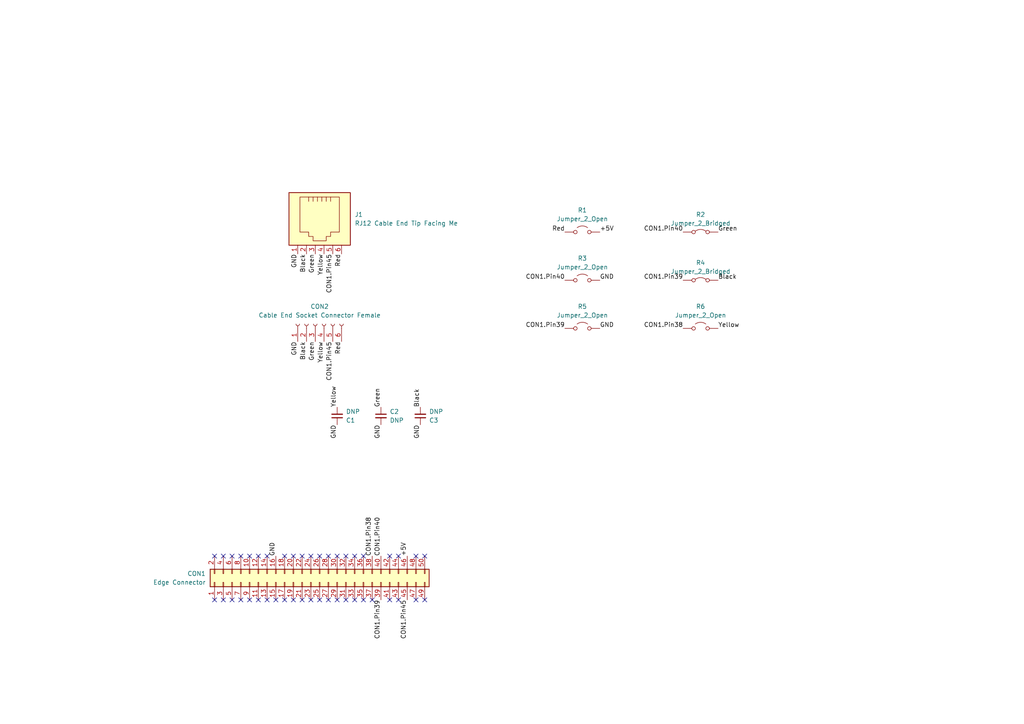
<source format=kicad_sch>
(kicad_sch
	(version 20231120)
	(generator "eeschema")
	(generator_version "8.0")
	(uuid "a5dcfaaa-6727-492b-98a2-3f904332afda")
	(paper "A4")
	(lib_symbols
		(symbol "Connector:Conn_01x06_Socket"
			(pin_names
				(offset 1.016) hide)
			(exclude_from_sim no)
			(in_bom yes)
			(on_board yes)
			(property "Reference" "J"
				(at 0 7.62 0)
				(effects
					(font
						(size 1.27 1.27)
					)
				)
			)
			(property "Value" "Conn_01x06_Socket"
				(at 0 -10.16 0)
				(effects
					(font
						(size 1.27 1.27)
					)
				)
			)
			(property "Footprint" ""
				(at 0 0 0)
				(effects
					(font
						(size 1.27 1.27)
					)
					(hide yes)
				)
			)
			(property "Datasheet" "~"
				(at 0 0 0)
				(effects
					(font
						(size 1.27 1.27)
					)
					(hide yes)
				)
			)
			(property "Description" "Generic connector, single row, 01x06, script generated"
				(at 0 0 0)
				(effects
					(font
						(size 1.27 1.27)
					)
					(hide yes)
				)
			)
			(property "ki_locked" ""
				(at 0 0 0)
				(effects
					(font
						(size 1.27 1.27)
					)
				)
			)
			(property "ki_keywords" "connector"
				(at 0 0 0)
				(effects
					(font
						(size 1.27 1.27)
					)
					(hide yes)
				)
			)
			(property "ki_fp_filters" "Connector*:*_1x??_*"
				(at 0 0 0)
				(effects
					(font
						(size 1.27 1.27)
					)
					(hide yes)
				)
			)
			(symbol "Conn_01x06_Socket_1_1"
				(arc
					(start 0 -7.112)
					(mid -0.5058 -7.62)
					(end 0 -8.128)
					(stroke
						(width 0.1524)
						(type default)
					)
					(fill
						(type none)
					)
				)
				(arc
					(start 0 -4.572)
					(mid -0.5058 -5.08)
					(end 0 -5.588)
					(stroke
						(width 0.1524)
						(type default)
					)
					(fill
						(type none)
					)
				)
				(arc
					(start 0 -2.032)
					(mid -0.5058 -2.54)
					(end 0 -3.048)
					(stroke
						(width 0.1524)
						(type default)
					)
					(fill
						(type none)
					)
				)
				(polyline
					(pts
						(xy -1.27 -7.62) (xy -0.508 -7.62)
					)
					(stroke
						(width 0.1524)
						(type default)
					)
					(fill
						(type none)
					)
				)
				(polyline
					(pts
						(xy -1.27 -5.08) (xy -0.508 -5.08)
					)
					(stroke
						(width 0.1524)
						(type default)
					)
					(fill
						(type none)
					)
				)
				(polyline
					(pts
						(xy -1.27 -2.54) (xy -0.508 -2.54)
					)
					(stroke
						(width 0.1524)
						(type default)
					)
					(fill
						(type none)
					)
				)
				(polyline
					(pts
						(xy -1.27 0) (xy -0.508 0)
					)
					(stroke
						(width 0.1524)
						(type default)
					)
					(fill
						(type none)
					)
				)
				(polyline
					(pts
						(xy -1.27 2.54) (xy -0.508 2.54)
					)
					(stroke
						(width 0.1524)
						(type default)
					)
					(fill
						(type none)
					)
				)
				(polyline
					(pts
						(xy -1.27 5.08) (xy -0.508 5.08)
					)
					(stroke
						(width 0.1524)
						(type default)
					)
					(fill
						(type none)
					)
				)
				(arc
					(start 0 0.508)
					(mid -0.5058 0)
					(end 0 -0.508)
					(stroke
						(width 0.1524)
						(type default)
					)
					(fill
						(type none)
					)
				)
				(arc
					(start 0 3.048)
					(mid -0.5058 2.54)
					(end 0 2.032)
					(stroke
						(width 0.1524)
						(type default)
					)
					(fill
						(type none)
					)
				)
				(arc
					(start 0 5.588)
					(mid -0.5058 5.08)
					(end 0 4.572)
					(stroke
						(width 0.1524)
						(type default)
					)
					(fill
						(type none)
					)
				)
				(pin passive line
					(at -5.08 5.08 0)
					(length 3.81)
					(name "Pin_1"
						(effects
							(font
								(size 1.27 1.27)
							)
						)
					)
					(number "1"
						(effects
							(font
								(size 1.27 1.27)
							)
						)
					)
				)
				(pin passive line
					(at -5.08 2.54 0)
					(length 3.81)
					(name "Pin_2"
						(effects
							(font
								(size 1.27 1.27)
							)
						)
					)
					(number "2"
						(effects
							(font
								(size 1.27 1.27)
							)
						)
					)
				)
				(pin passive line
					(at -5.08 0 0)
					(length 3.81)
					(name "Pin_3"
						(effects
							(font
								(size 1.27 1.27)
							)
						)
					)
					(number "3"
						(effects
							(font
								(size 1.27 1.27)
							)
						)
					)
				)
				(pin passive line
					(at -5.08 -2.54 0)
					(length 3.81)
					(name "Pin_4"
						(effects
							(font
								(size 1.27 1.27)
							)
						)
					)
					(number "4"
						(effects
							(font
								(size 1.27 1.27)
							)
						)
					)
				)
				(pin passive line
					(at -5.08 -5.08 0)
					(length 3.81)
					(name "Pin_5"
						(effects
							(font
								(size 1.27 1.27)
							)
						)
					)
					(number "5"
						(effects
							(font
								(size 1.27 1.27)
							)
						)
					)
				)
				(pin passive line
					(at -5.08 -7.62 0)
					(length 3.81)
					(name "Pin_6"
						(effects
							(font
								(size 1.27 1.27)
							)
						)
					)
					(number "6"
						(effects
							(font
								(size 1.27 1.27)
							)
						)
					)
				)
			)
		)
		(symbol "Connector:RJ12"
			(pin_names
				(offset 1.016)
			)
			(exclude_from_sim no)
			(in_bom yes)
			(on_board yes)
			(property "Reference" "J"
				(at -5.08 11.43 0)
				(effects
					(font
						(size 1.27 1.27)
					)
					(justify right)
				)
			)
			(property "Value" "RJ12"
				(at 2.54 11.43 0)
				(effects
					(font
						(size 1.27 1.27)
					)
					(justify left)
				)
			)
			(property "Footprint" ""
				(at 0 0.635 90)
				(effects
					(font
						(size 1.27 1.27)
					)
					(hide yes)
				)
			)
			(property "Datasheet" "~"
				(at 0 0.635 90)
				(effects
					(font
						(size 1.27 1.27)
					)
					(hide yes)
				)
			)
			(property "Description" "RJ connector, 6P6C (6 positions 6 connected)"
				(at 0 0 0)
				(effects
					(font
						(size 1.27 1.27)
					)
					(hide yes)
				)
			)
			(property "ki_keywords" "6P6C RJ socket connector"
				(at 0 0 0)
				(effects
					(font
						(size 1.27 1.27)
					)
					(hide yes)
				)
			)
			(property "ki_fp_filters" "6P6C* RJ12* RJ18* RJ25*"
				(at 0 0 0)
				(effects
					(font
						(size 1.27 1.27)
					)
					(hide yes)
				)
			)
			(symbol "RJ12_0_1"
				(polyline
					(pts
						(xy -6.35 -1.905) (xy -5.08 -1.905) (xy -5.08 -1.905)
					)
					(stroke
						(width 0)
						(type default)
					)
					(fill
						(type none)
					)
				)
				(polyline
					(pts
						(xy -6.35 -0.635) (xy -5.08 -0.635) (xy -5.08 -0.635)
					)
					(stroke
						(width 0)
						(type default)
					)
					(fill
						(type none)
					)
				)
				(polyline
					(pts
						(xy -6.35 0.635) (xy -5.08 0.635) (xy -5.08 0.635)
					)
					(stroke
						(width 0)
						(type default)
					)
					(fill
						(type none)
					)
				)
				(polyline
					(pts
						(xy -6.35 1.905) (xy -5.08 1.905) (xy -5.08 1.905)
					)
					(stroke
						(width 0)
						(type default)
					)
					(fill
						(type none)
					)
				)
				(polyline
					(pts
						(xy -6.35 3.175) (xy -5.08 3.175) (xy -5.08 3.175)
					)
					(stroke
						(width 0)
						(type default)
					)
					(fill
						(type none)
					)
				)
				(polyline
					(pts
						(xy -5.08 4.445) (xy -6.35 4.445) (xy -6.35 4.445)
					)
					(stroke
						(width 0)
						(type default)
					)
					(fill
						(type none)
					)
				)
				(polyline
					(pts
						(xy -6.35 -4.445) (xy -6.35 6.985) (xy 3.81 6.985) (xy 3.81 4.445) (xy 5.08 4.445) (xy 5.08 3.175)
						(xy 6.35 3.175) (xy 6.35 -0.635) (xy 5.08 -0.635) (xy 5.08 -1.905) (xy 3.81 -1.905) (xy 3.81 -4.445)
						(xy -6.35 -4.445) (xy -6.35 -4.445)
					)
					(stroke
						(width 0)
						(type default)
					)
					(fill
						(type none)
					)
				)
				(rectangle
					(start 7.62 10.16)
					(end -7.62 -7.62)
					(stroke
						(width 0.254)
						(type default)
					)
					(fill
						(type background)
					)
				)
			)
			(symbol "RJ12_1_1"
				(pin passive line
					(at 10.16 -5.08 180)
					(length 2.54)
					(name "~"
						(effects
							(font
								(size 1.27 1.27)
							)
						)
					)
					(number "1"
						(effects
							(font
								(size 1.27 1.27)
							)
						)
					)
				)
				(pin passive line
					(at 10.16 -2.54 180)
					(length 2.54)
					(name "~"
						(effects
							(font
								(size 1.27 1.27)
							)
						)
					)
					(number "2"
						(effects
							(font
								(size 1.27 1.27)
							)
						)
					)
				)
				(pin passive line
					(at 10.16 0 180)
					(length 2.54)
					(name "~"
						(effects
							(font
								(size 1.27 1.27)
							)
						)
					)
					(number "3"
						(effects
							(font
								(size 1.27 1.27)
							)
						)
					)
				)
				(pin passive line
					(at 10.16 2.54 180)
					(length 2.54)
					(name "~"
						(effects
							(font
								(size 1.27 1.27)
							)
						)
					)
					(number "4"
						(effects
							(font
								(size 1.27 1.27)
							)
						)
					)
				)
				(pin passive line
					(at 10.16 5.08 180)
					(length 2.54)
					(name "~"
						(effects
							(font
								(size 1.27 1.27)
							)
						)
					)
					(number "5"
						(effects
							(font
								(size 1.27 1.27)
							)
						)
					)
				)
				(pin passive line
					(at 10.16 7.62 180)
					(length 2.54)
					(name "~"
						(effects
							(font
								(size 1.27 1.27)
							)
						)
					)
					(number "6"
						(effects
							(font
								(size 1.27 1.27)
							)
						)
					)
				)
			)
		)
		(symbol "Connector_Generic:Conn_02x25_Odd_Even"
			(pin_names
				(offset 1.016) hide)
			(exclude_from_sim no)
			(in_bom yes)
			(on_board yes)
			(property "Reference" "J"
				(at 1.27 33.02 0)
				(effects
					(font
						(size 1.27 1.27)
					)
				)
			)
			(property "Value" "Conn_02x25_Odd_Even"
				(at 1.27 -33.02 0)
				(effects
					(font
						(size 1.27 1.27)
					)
				)
			)
			(property "Footprint" ""
				(at 0 0 0)
				(effects
					(font
						(size 1.27 1.27)
					)
					(hide yes)
				)
			)
			(property "Datasheet" "~"
				(at 0 0 0)
				(effects
					(font
						(size 1.27 1.27)
					)
					(hide yes)
				)
			)
			(property "Description" "Generic connector, double row, 02x25, odd/even pin numbering scheme (row 1 odd numbers, row 2 even numbers), script generated (kicad-library-utils/schlib/autogen/connector/)"
				(at 0 0 0)
				(effects
					(font
						(size 1.27 1.27)
					)
					(hide yes)
				)
			)
			(property "ki_keywords" "connector"
				(at 0 0 0)
				(effects
					(font
						(size 1.27 1.27)
					)
					(hide yes)
				)
			)
			(property "ki_fp_filters" "Connector*:*_2x??_*"
				(at 0 0 0)
				(effects
					(font
						(size 1.27 1.27)
					)
					(hide yes)
				)
			)
			(symbol "Conn_02x25_Odd_Even_1_1"
				(rectangle
					(start -1.27 -30.353)
					(end 0 -30.607)
					(stroke
						(width 0.1524)
						(type default)
					)
					(fill
						(type none)
					)
				)
				(rectangle
					(start -1.27 -27.813)
					(end 0 -28.067)
					(stroke
						(width 0.1524)
						(type default)
					)
					(fill
						(type none)
					)
				)
				(rectangle
					(start -1.27 -25.273)
					(end 0 -25.527)
					(stroke
						(width 0.1524)
						(type default)
					)
					(fill
						(type none)
					)
				)
				(rectangle
					(start -1.27 -22.733)
					(end 0 -22.987)
					(stroke
						(width 0.1524)
						(type default)
					)
					(fill
						(type none)
					)
				)
				(rectangle
					(start -1.27 -20.193)
					(end 0 -20.447)
					(stroke
						(width 0.1524)
						(type default)
					)
					(fill
						(type none)
					)
				)
				(rectangle
					(start -1.27 -17.653)
					(end 0 -17.907)
					(stroke
						(width 0.1524)
						(type default)
					)
					(fill
						(type none)
					)
				)
				(rectangle
					(start -1.27 -15.113)
					(end 0 -15.367)
					(stroke
						(width 0.1524)
						(type default)
					)
					(fill
						(type none)
					)
				)
				(rectangle
					(start -1.27 -12.573)
					(end 0 -12.827)
					(stroke
						(width 0.1524)
						(type default)
					)
					(fill
						(type none)
					)
				)
				(rectangle
					(start -1.27 -10.033)
					(end 0 -10.287)
					(stroke
						(width 0.1524)
						(type default)
					)
					(fill
						(type none)
					)
				)
				(rectangle
					(start -1.27 -7.493)
					(end 0 -7.747)
					(stroke
						(width 0.1524)
						(type default)
					)
					(fill
						(type none)
					)
				)
				(rectangle
					(start -1.27 -4.953)
					(end 0 -5.207)
					(stroke
						(width 0.1524)
						(type default)
					)
					(fill
						(type none)
					)
				)
				(rectangle
					(start -1.27 -2.413)
					(end 0 -2.667)
					(stroke
						(width 0.1524)
						(type default)
					)
					(fill
						(type none)
					)
				)
				(rectangle
					(start -1.27 0.127)
					(end 0 -0.127)
					(stroke
						(width 0.1524)
						(type default)
					)
					(fill
						(type none)
					)
				)
				(rectangle
					(start -1.27 2.667)
					(end 0 2.413)
					(stroke
						(width 0.1524)
						(type default)
					)
					(fill
						(type none)
					)
				)
				(rectangle
					(start -1.27 5.207)
					(end 0 4.953)
					(stroke
						(width 0.1524)
						(type default)
					)
					(fill
						(type none)
					)
				)
				(rectangle
					(start -1.27 7.747)
					(end 0 7.493)
					(stroke
						(width 0.1524)
						(type default)
					)
					(fill
						(type none)
					)
				)
				(rectangle
					(start -1.27 10.287)
					(end 0 10.033)
					(stroke
						(width 0.1524)
						(type default)
					)
					(fill
						(type none)
					)
				)
				(rectangle
					(start -1.27 12.827)
					(end 0 12.573)
					(stroke
						(width 0.1524)
						(type default)
					)
					(fill
						(type none)
					)
				)
				(rectangle
					(start -1.27 15.367)
					(end 0 15.113)
					(stroke
						(width 0.1524)
						(type default)
					)
					(fill
						(type none)
					)
				)
				(rectangle
					(start -1.27 17.907)
					(end 0 17.653)
					(stroke
						(width 0.1524)
						(type default)
					)
					(fill
						(type none)
					)
				)
				(rectangle
					(start -1.27 20.447)
					(end 0 20.193)
					(stroke
						(width 0.1524)
						(type default)
					)
					(fill
						(type none)
					)
				)
				(rectangle
					(start -1.27 22.987)
					(end 0 22.733)
					(stroke
						(width 0.1524)
						(type default)
					)
					(fill
						(type none)
					)
				)
				(rectangle
					(start -1.27 25.527)
					(end 0 25.273)
					(stroke
						(width 0.1524)
						(type default)
					)
					(fill
						(type none)
					)
				)
				(rectangle
					(start -1.27 28.067)
					(end 0 27.813)
					(stroke
						(width 0.1524)
						(type default)
					)
					(fill
						(type none)
					)
				)
				(rectangle
					(start -1.27 30.607)
					(end 0 30.353)
					(stroke
						(width 0.1524)
						(type default)
					)
					(fill
						(type none)
					)
				)
				(rectangle
					(start -1.27 31.75)
					(end 3.81 -31.75)
					(stroke
						(width 0.254)
						(type default)
					)
					(fill
						(type background)
					)
				)
				(rectangle
					(start 3.81 -30.353)
					(end 2.54 -30.607)
					(stroke
						(width 0.1524)
						(type default)
					)
					(fill
						(type none)
					)
				)
				(rectangle
					(start 3.81 -27.813)
					(end 2.54 -28.067)
					(stroke
						(width 0.1524)
						(type default)
					)
					(fill
						(type none)
					)
				)
				(rectangle
					(start 3.81 -25.273)
					(end 2.54 -25.527)
					(stroke
						(width 0.1524)
						(type default)
					)
					(fill
						(type none)
					)
				)
				(rectangle
					(start 3.81 -22.733)
					(end 2.54 -22.987)
					(stroke
						(width 0.1524)
						(type default)
					)
					(fill
						(type none)
					)
				)
				(rectangle
					(start 3.81 -20.193)
					(end 2.54 -20.447)
					(stroke
						(width 0.1524)
						(type default)
					)
					(fill
						(type none)
					)
				)
				(rectangle
					(start 3.81 -17.653)
					(end 2.54 -17.907)
					(stroke
						(width 0.1524)
						(type default)
					)
					(fill
						(type none)
					)
				)
				(rectangle
					(start 3.81 -15.113)
					(end 2.54 -15.367)
					(stroke
						(width 0.1524)
						(type default)
					)
					(fill
						(type none)
					)
				)
				(rectangle
					(start 3.81 -12.573)
					(end 2.54 -12.827)
					(stroke
						(width 0.1524)
						(type default)
					)
					(fill
						(type none)
					)
				)
				(rectangle
					(start 3.81 -10.033)
					(end 2.54 -10.287)
					(stroke
						(width 0.1524)
						(type default)
					)
					(fill
						(type none)
					)
				)
				(rectangle
					(start 3.81 -7.493)
					(end 2.54 -7.747)
					(stroke
						(width 0.1524)
						(type default)
					)
					(fill
						(type none)
					)
				)
				(rectangle
					(start 3.81 -4.953)
					(end 2.54 -5.207)
					(stroke
						(width 0.1524)
						(type default)
					)
					(fill
						(type none)
					)
				)
				(rectangle
					(start 3.81 -2.413)
					(end 2.54 -2.667)
					(stroke
						(width 0.1524)
						(type default)
					)
					(fill
						(type none)
					)
				)
				(rectangle
					(start 3.81 0.127)
					(end 2.54 -0.127)
					(stroke
						(width 0.1524)
						(type default)
					)
					(fill
						(type none)
					)
				)
				(rectangle
					(start 3.81 2.667)
					(end 2.54 2.413)
					(stroke
						(width 0.1524)
						(type default)
					)
					(fill
						(type none)
					)
				)
				(rectangle
					(start 3.81 5.207)
					(end 2.54 4.953)
					(stroke
						(width 0.1524)
						(type default)
					)
					(fill
						(type none)
					)
				)
				(rectangle
					(start 3.81 7.747)
					(end 2.54 7.493)
					(stroke
						(width 0.1524)
						(type default)
					)
					(fill
						(type none)
					)
				)
				(rectangle
					(start 3.81 10.287)
					(end 2.54 10.033)
					(stroke
						(width 0.1524)
						(type default)
					)
					(fill
						(type none)
					)
				)
				(rectangle
					(start 3.81 12.827)
					(end 2.54 12.573)
					(stroke
						(width 0.1524)
						(type default)
					)
					(fill
						(type none)
					)
				)
				(rectangle
					(start 3.81 15.367)
					(end 2.54 15.113)
					(stroke
						(width 0.1524)
						(type default)
					)
					(fill
						(type none)
					)
				)
				(rectangle
					(start 3.81 17.907)
					(end 2.54 17.653)
					(stroke
						(width 0.1524)
						(type default)
					)
					(fill
						(type none)
					)
				)
				(rectangle
					(start 3.81 20.447)
					(end 2.54 20.193)
					(stroke
						(width 0.1524)
						(type default)
					)
					(fill
						(type none)
					)
				)
				(rectangle
					(start 3.81 22.987)
					(end 2.54 22.733)
					(stroke
						(width 0.1524)
						(type default)
					)
					(fill
						(type none)
					)
				)
				(rectangle
					(start 3.81 25.527)
					(end 2.54 25.273)
					(stroke
						(width 0.1524)
						(type default)
					)
					(fill
						(type none)
					)
				)
				(rectangle
					(start 3.81 28.067)
					(end 2.54 27.813)
					(stroke
						(width 0.1524)
						(type default)
					)
					(fill
						(type none)
					)
				)
				(rectangle
					(start 3.81 30.607)
					(end 2.54 30.353)
					(stroke
						(width 0.1524)
						(type default)
					)
					(fill
						(type none)
					)
				)
				(pin passive line
					(at -5.08 30.48 0)
					(length 3.81)
					(name "Pin_1"
						(effects
							(font
								(size 1.27 1.27)
							)
						)
					)
					(number "1"
						(effects
							(font
								(size 1.27 1.27)
							)
						)
					)
				)
				(pin passive line
					(at 7.62 20.32 180)
					(length 3.81)
					(name "Pin_10"
						(effects
							(font
								(size 1.27 1.27)
							)
						)
					)
					(number "10"
						(effects
							(font
								(size 1.27 1.27)
							)
						)
					)
				)
				(pin passive line
					(at -5.08 17.78 0)
					(length 3.81)
					(name "Pin_11"
						(effects
							(font
								(size 1.27 1.27)
							)
						)
					)
					(number "11"
						(effects
							(font
								(size 1.27 1.27)
							)
						)
					)
				)
				(pin passive line
					(at 7.62 17.78 180)
					(length 3.81)
					(name "Pin_12"
						(effects
							(font
								(size 1.27 1.27)
							)
						)
					)
					(number "12"
						(effects
							(font
								(size 1.27 1.27)
							)
						)
					)
				)
				(pin passive line
					(at -5.08 15.24 0)
					(length 3.81)
					(name "Pin_13"
						(effects
							(font
								(size 1.27 1.27)
							)
						)
					)
					(number "13"
						(effects
							(font
								(size 1.27 1.27)
							)
						)
					)
				)
				(pin passive line
					(at 7.62 15.24 180)
					(length 3.81)
					(name "Pin_14"
						(effects
							(font
								(size 1.27 1.27)
							)
						)
					)
					(number "14"
						(effects
							(font
								(size 1.27 1.27)
							)
						)
					)
				)
				(pin passive line
					(at -5.08 12.7 0)
					(length 3.81)
					(name "Pin_15"
						(effects
							(font
								(size 1.27 1.27)
							)
						)
					)
					(number "15"
						(effects
							(font
								(size 1.27 1.27)
							)
						)
					)
				)
				(pin passive line
					(at 7.62 12.7 180)
					(length 3.81)
					(name "Pin_16"
						(effects
							(font
								(size 1.27 1.27)
							)
						)
					)
					(number "16"
						(effects
							(font
								(size 1.27 1.27)
							)
						)
					)
				)
				(pin passive line
					(at -5.08 10.16 0)
					(length 3.81)
					(name "Pin_17"
						(effects
							(font
								(size 1.27 1.27)
							)
						)
					)
					(number "17"
						(effects
							(font
								(size 1.27 1.27)
							)
						)
					)
				)
				(pin passive line
					(at 7.62 10.16 180)
					(length 3.81)
					(name "Pin_18"
						(effects
							(font
								(size 1.27 1.27)
							)
						)
					)
					(number "18"
						(effects
							(font
								(size 1.27 1.27)
							)
						)
					)
				)
				(pin passive line
					(at -5.08 7.62 0)
					(length 3.81)
					(name "Pin_19"
						(effects
							(font
								(size 1.27 1.27)
							)
						)
					)
					(number "19"
						(effects
							(font
								(size 1.27 1.27)
							)
						)
					)
				)
				(pin passive line
					(at 7.62 30.48 180)
					(length 3.81)
					(name "Pin_2"
						(effects
							(font
								(size 1.27 1.27)
							)
						)
					)
					(number "2"
						(effects
							(font
								(size 1.27 1.27)
							)
						)
					)
				)
				(pin passive line
					(at 7.62 7.62 180)
					(length 3.81)
					(name "Pin_20"
						(effects
							(font
								(size 1.27 1.27)
							)
						)
					)
					(number "20"
						(effects
							(font
								(size 1.27 1.27)
							)
						)
					)
				)
				(pin passive line
					(at -5.08 5.08 0)
					(length 3.81)
					(name "Pin_21"
						(effects
							(font
								(size 1.27 1.27)
							)
						)
					)
					(number "21"
						(effects
							(font
								(size 1.27 1.27)
							)
						)
					)
				)
				(pin passive line
					(at 7.62 5.08 180)
					(length 3.81)
					(name "Pin_22"
						(effects
							(font
								(size 1.27 1.27)
							)
						)
					)
					(number "22"
						(effects
							(font
								(size 1.27 1.27)
							)
						)
					)
				)
				(pin passive line
					(at -5.08 2.54 0)
					(length 3.81)
					(name "Pin_23"
						(effects
							(font
								(size 1.27 1.27)
							)
						)
					)
					(number "23"
						(effects
							(font
								(size 1.27 1.27)
							)
						)
					)
				)
				(pin passive line
					(at 7.62 2.54 180)
					(length 3.81)
					(name "Pin_24"
						(effects
							(font
								(size 1.27 1.27)
							)
						)
					)
					(number "24"
						(effects
							(font
								(size 1.27 1.27)
							)
						)
					)
				)
				(pin passive line
					(at -5.08 0 0)
					(length 3.81)
					(name "Pin_25"
						(effects
							(font
								(size 1.27 1.27)
							)
						)
					)
					(number "25"
						(effects
							(font
								(size 1.27 1.27)
							)
						)
					)
				)
				(pin passive line
					(at 7.62 0 180)
					(length 3.81)
					(name "Pin_26"
						(effects
							(font
								(size 1.27 1.27)
							)
						)
					)
					(number "26"
						(effects
							(font
								(size 1.27 1.27)
							)
						)
					)
				)
				(pin passive line
					(at -5.08 -2.54 0)
					(length 3.81)
					(name "Pin_27"
						(effects
							(font
								(size 1.27 1.27)
							)
						)
					)
					(number "27"
						(effects
							(font
								(size 1.27 1.27)
							)
						)
					)
				)
				(pin passive line
					(at 7.62 -2.54 180)
					(length 3.81)
					(name "Pin_28"
						(effects
							(font
								(size 1.27 1.27)
							)
						)
					)
					(number "28"
						(effects
							(font
								(size 1.27 1.27)
							)
						)
					)
				)
				(pin passive line
					(at -5.08 -5.08 0)
					(length 3.81)
					(name "Pin_29"
						(effects
							(font
								(size 1.27 1.27)
							)
						)
					)
					(number "29"
						(effects
							(font
								(size 1.27 1.27)
							)
						)
					)
				)
				(pin passive line
					(at -5.08 27.94 0)
					(length 3.81)
					(name "Pin_3"
						(effects
							(font
								(size 1.27 1.27)
							)
						)
					)
					(number "3"
						(effects
							(font
								(size 1.27 1.27)
							)
						)
					)
				)
				(pin passive line
					(at 7.62 -5.08 180)
					(length 3.81)
					(name "Pin_30"
						(effects
							(font
								(size 1.27 1.27)
							)
						)
					)
					(number "30"
						(effects
							(font
								(size 1.27 1.27)
							)
						)
					)
				)
				(pin passive line
					(at -5.08 -7.62 0)
					(length 3.81)
					(name "Pin_31"
						(effects
							(font
								(size 1.27 1.27)
							)
						)
					)
					(number "31"
						(effects
							(font
								(size 1.27 1.27)
							)
						)
					)
				)
				(pin passive line
					(at 7.62 -7.62 180)
					(length 3.81)
					(name "Pin_32"
						(effects
							(font
								(size 1.27 1.27)
							)
						)
					)
					(number "32"
						(effects
							(font
								(size 1.27 1.27)
							)
						)
					)
				)
				(pin passive line
					(at -5.08 -10.16 0)
					(length 3.81)
					(name "Pin_33"
						(effects
							(font
								(size 1.27 1.27)
							)
						)
					)
					(number "33"
						(effects
							(font
								(size 1.27 1.27)
							)
						)
					)
				)
				(pin passive line
					(at 7.62 -10.16 180)
					(length 3.81)
					(name "Pin_34"
						(effects
							(font
								(size 1.27 1.27)
							)
						)
					)
					(number "34"
						(effects
							(font
								(size 1.27 1.27)
							)
						)
					)
				)
				(pin passive line
					(at -5.08 -12.7 0)
					(length 3.81)
					(name "Pin_35"
						(effects
							(font
								(size 1.27 1.27)
							)
						)
					)
					(number "35"
						(effects
							(font
								(size 1.27 1.27)
							)
						)
					)
				)
				(pin passive line
					(at 7.62 -12.7 180)
					(length 3.81)
					(name "Pin_36"
						(effects
							(font
								(size 1.27 1.27)
							)
						)
					)
					(number "36"
						(effects
							(font
								(size 1.27 1.27)
							)
						)
					)
				)
				(pin passive line
					(at -5.08 -15.24 0)
					(length 3.81)
					(name "Pin_37"
						(effects
							(font
								(size 1.27 1.27)
							)
						)
					)
					(number "37"
						(effects
							(font
								(size 1.27 1.27)
							)
						)
					)
				)
				(pin passive line
					(at 7.62 -15.24 180)
					(length 3.81)
					(name "Pin_38"
						(effects
							(font
								(size 1.27 1.27)
							)
						)
					)
					(number "38"
						(effects
							(font
								(size 1.27 1.27)
							)
						)
					)
				)
				(pin passive line
					(at -5.08 -17.78 0)
					(length 3.81)
					(name "Pin_39"
						(effects
							(font
								(size 1.27 1.27)
							)
						)
					)
					(number "39"
						(effects
							(font
								(size 1.27 1.27)
							)
						)
					)
				)
				(pin passive line
					(at 7.62 27.94 180)
					(length 3.81)
					(name "Pin_4"
						(effects
							(font
								(size 1.27 1.27)
							)
						)
					)
					(number "4"
						(effects
							(font
								(size 1.27 1.27)
							)
						)
					)
				)
				(pin passive line
					(at 7.62 -17.78 180)
					(length 3.81)
					(name "Pin_40"
						(effects
							(font
								(size 1.27 1.27)
							)
						)
					)
					(number "40"
						(effects
							(font
								(size 1.27 1.27)
							)
						)
					)
				)
				(pin passive line
					(at -5.08 -20.32 0)
					(length 3.81)
					(name "Pin_41"
						(effects
							(font
								(size 1.27 1.27)
							)
						)
					)
					(number "41"
						(effects
							(font
								(size 1.27 1.27)
							)
						)
					)
				)
				(pin passive line
					(at 7.62 -20.32 180)
					(length 3.81)
					(name "Pin_42"
						(effects
							(font
								(size 1.27 1.27)
							)
						)
					)
					(number "42"
						(effects
							(font
								(size 1.27 1.27)
							)
						)
					)
				)
				(pin passive line
					(at -5.08 -22.86 0)
					(length 3.81)
					(name "Pin_43"
						(effects
							(font
								(size 1.27 1.27)
							)
						)
					)
					(number "43"
						(effects
							(font
								(size 1.27 1.27)
							)
						)
					)
				)
				(pin passive line
					(at 7.62 -22.86 180)
					(length 3.81)
					(name "Pin_44"
						(effects
							(font
								(size 1.27 1.27)
							)
						)
					)
					(number "44"
						(effects
							(font
								(size 1.27 1.27)
							)
						)
					)
				)
				(pin passive line
					(at -5.08 -25.4 0)
					(length 3.81)
					(name "Pin_45"
						(effects
							(font
								(size 1.27 1.27)
							)
						)
					)
					(number "45"
						(effects
							(font
								(size 1.27 1.27)
							)
						)
					)
				)
				(pin passive line
					(at 7.62 -25.4 180)
					(length 3.81)
					(name "Pin_46"
						(effects
							(font
								(size 1.27 1.27)
							)
						)
					)
					(number "46"
						(effects
							(font
								(size 1.27 1.27)
							)
						)
					)
				)
				(pin passive line
					(at -5.08 -27.94 0)
					(length 3.81)
					(name "Pin_47"
						(effects
							(font
								(size 1.27 1.27)
							)
						)
					)
					(number "47"
						(effects
							(font
								(size 1.27 1.27)
							)
						)
					)
				)
				(pin passive line
					(at 7.62 -27.94 180)
					(length 3.81)
					(name "Pin_48"
						(effects
							(font
								(size 1.27 1.27)
							)
						)
					)
					(number "48"
						(effects
							(font
								(size 1.27 1.27)
							)
						)
					)
				)
				(pin passive line
					(at -5.08 -30.48 0)
					(length 3.81)
					(name "Pin_49"
						(effects
							(font
								(size 1.27 1.27)
							)
						)
					)
					(number "49"
						(effects
							(font
								(size 1.27 1.27)
							)
						)
					)
				)
				(pin passive line
					(at -5.08 25.4 0)
					(length 3.81)
					(name "Pin_5"
						(effects
							(font
								(size 1.27 1.27)
							)
						)
					)
					(number "5"
						(effects
							(font
								(size 1.27 1.27)
							)
						)
					)
				)
				(pin passive line
					(at 7.62 -30.48 180)
					(length 3.81)
					(name "Pin_50"
						(effects
							(font
								(size 1.27 1.27)
							)
						)
					)
					(number "50"
						(effects
							(font
								(size 1.27 1.27)
							)
						)
					)
				)
				(pin passive line
					(at 7.62 25.4 180)
					(length 3.81)
					(name "Pin_6"
						(effects
							(font
								(size 1.27 1.27)
							)
						)
					)
					(number "6"
						(effects
							(font
								(size 1.27 1.27)
							)
						)
					)
				)
				(pin passive line
					(at -5.08 22.86 0)
					(length 3.81)
					(name "Pin_7"
						(effects
							(font
								(size 1.27 1.27)
							)
						)
					)
					(number "7"
						(effects
							(font
								(size 1.27 1.27)
							)
						)
					)
				)
				(pin passive line
					(at 7.62 22.86 180)
					(length 3.81)
					(name "Pin_8"
						(effects
							(font
								(size 1.27 1.27)
							)
						)
					)
					(number "8"
						(effects
							(font
								(size 1.27 1.27)
							)
						)
					)
				)
				(pin passive line
					(at -5.08 20.32 0)
					(length 3.81)
					(name "Pin_9"
						(effects
							(font
								(size 1.27 1.27)
							)
						)
					)
					(number "9"
						(effects
							(font
								(size 1.27 1.27)
							)
						)
					)
				)
			)
		)
		(symbol "Device:C_Small"
			(pin_numbers hide)
			(pin_names
				(offset 0.254) hide)
			(exclude_from_sim no)
			(in_bom yes)
			(on_board yes)
			(property "Reference" "C"
				(at 0.254 1.778 0)
				(effects
					(font
						(size 1.27 1.27)
					)
					(justify left)
				)
			)
			(property "Value" "C_Small"
				(at 0.254 -2.032 0)
				(effects
					(font
						(size 1.27 1.27)
					)
					(justify left)
				)
			)
			(property "Footprint" ""
				(at 0 0 0)
				(effects
					(font
						(size 1.27 1.27)
					)
					(hide yes)
				)
			)
			(property "Datasheet" "~"
				(at 0 0 0)
				(effects
					(font
						(size 1.27 1.27)
					)
					(hide yes)
				)
			)
			(property "Description" "Unpolarized capacitor, small symbol"
				(at 0 0 0)
				(effects
					(font
						(size 1.27 1.27)
					)
					(hide yes)
				)
			)
			(property "ki_keywords" "capacitor cap"
				(at 0 0 0)
				(effects
					(font
						(size 1.27 1.27)
					)
					(hide yes)
				)
			)
			(property "ki_fp_filters" "C_*"
				(at 0 0 0)
				(effects
					(font
						(size 1.27 1.27)
					)
					(hide yes)
				)
			)
			(symbol "C_Small_0_1"
				(polyline
					(pts
						(xy -1.524 -0.508) (xy 1.524 -0.508)
					)
					(stroke
						(width 0.3302)
						(type default)
					)
					(fill
						(type none)
					)
				)
				(polyline
					(pts
						(xy -1.524 0.508) (xy 1.524 0.508)
					)
					(stroke
						(width 0.3048)
						(type default)
					)
					(fill
						(type none)
					)
				)
			)
			(symbol "C_Small_1_1"
				(pin passive line
					(at 0 2.54 270)
					(length 2.032)
					(name "~"
						(effects
							(font
								(size 1.27 1.27)
							)
						)
					)
					(number "1"
						(effects
							(font
								(size 1.27 1.27)
							)
						)
					)
				)
				(pin passive line
					(at 0 -2.54 90)
					(length 2.032)
					(name "~"
						(effects
							(font
								(size 1.27 1.27)
							)
						)
					)
					(number "2"
						(effects
							(font
								(size 1.27 1.27)
							)
						)
					)
				)
			)
		)
		(symbol "Jumper:Jumper_2_Bridged"
			(pin_numbers hide)
			(pin_names
				(offset 0) hide)
			(exclude_from_sim yes)
			(in_bom yes)
			(on_board yes)
			(property "Reference" "JP"
				(at 0 1.905 0)
				(effects
					(font
						(size 1.27 1.27)
					)
				)
			)
			(property "Value" "Jumper_2_Bridged"
				(at 0 -2.54 0)
				(effects
					(font
						(size 1.27 1.27)
					)
				)
			)
			(property "Footprint" ""
				(at 0 0 0)
				(effects
					(font
						(size 1.27 1.27)
					)
					(hide yes)
				)
			)
			(property "Datasheet" "~"
				(at 0 0 0)
				(effects
					(font
						(size 1.27 1.27)
					)
					(hide yes)
				)
			)
			(property "Description" "Jumper, 2-pole, closed/bridged"
				(at 0 0 0)
				(effects
					(font
						(size 1.27 1.27)
					)
					(hide yes)
				)
			)
			(property "ki_keywords" "Jumper SPST"
				(at 0 0 0)
				(effects
					(font
						(size 1.27 1.27)
					)
					(hide yes)
				)
			)
			(property "ki_fp_filters" "Jumper* TestPoint*2Pads* TestPoint*Bridge*"
				(at 0 0 0)
				(effects
					(font
						(size 1.27 1.27)
					)
					(hide yes)
				)
			)
			(symbol "Jumper_2_Bridged_0_0"
				(circle
					(center -2.032 0)
					(radius 0.508)
					(stroke
						(width 0)
						(type default)
					)
					(fill
						(type none)
					)
				)
				(circle
					(center 2.032 0)
					(radius 0.508)
					(stroke
						(width 0)
						(type default)
					)
					(fill
						(type none)
					)
				)
			)
			(symbol "Jumper_2_Bridged_0_1"
				(arc
					(start 1.524 0.254)
					(mid 0 0.762)
					(end -1.524 0.254)
					(stroke
						(width 0)
						(type default)
					)
					(fill
						(type none)
					)
				)
			)
			(symbol "Jumper_2_Bridged_1_1"
				(pin passive line
					(at -5.08 0 0)
					(length 2.54)
					(name "A"
						(effects
							(font
								(size 1.27 1.27)
							)
						)
					)
					(number "1"
						(effects
							(font
								(size 1.27 1.27)
							)
						)
					)
				)
				(pin passive line
					(at 5.08 0 180)
					(length 2.54)
					(name "B"
						(effects
							(font
								(size 1.27 1.27)
							)
						)
					)
					(number "2"
						(effects
							(font
								(size 1.27 1.27)
							)
						)
					)
				)
			)
		)
		(symbol "Jumper:Jumper_2_Open"
			(pin_numbers hide)
			(pin_names
				(offset 0) hide)
			(exclude_from_sim yes)
			(in_bom yes)
			(on_board yes)
			(property "Reference" "JP"
				(at 0 2.794 0)
				(effects
					(font
						(size 1.27 1.27)
					)
				)
			)
			(property "Value" "Jumper_2_Open"
				(at 0 -2.286 0)
				(effects
					(font
						(size 1.27 1.27)
					)
				)
			)
			(property "Footprint" ""
				(at 0 0 0)
				(effects
					(font
						(size 1.27 1.27)
					)
					(hide yes)
				)
			)
			(property "Datasheet" "~"
				(at 0 0 0)
				(effects
					(font
						(size 1.27 1.27)
					)
					(hide yes)
				)
			)
			(property "Description" "Jumper, 2-pole, open"
				(at 0 0 0)
				(effects
					(font
						(size 1.27 1.27)
					)
					(hide yes)
				)
			)
			(property "ki_keywords" "Jumper SPST"
				(at 0 0 0)
				(effects
					(font
						(size 1.27 1.27)
					)
					(hide yes)
				)
			)
			(property "ki_fp_filters" "Jumper* TestPoint*2Pads* TestPoint*Bridge*"
				(at 0 0 0)
				(effects
					(font
						(size 1.27 1.27)
					)
					(hide yes)
				)
			)
			(symbol "Jumper_2_Open_0_0"
				(circle
					(center -2.032 0)
					(radius 0.508)
					(stroke
						(width 0)
						(type default)
					)
					(fill
						(type none)
					)
				)
				(circle
					(center 2.032 0)
					(radius 0.508)
					(stroke
						(width 0)
						(type default)
					)
					(fill
						(type none)
					)
				)
			)
			(symbol "Jumper_2_Open_0_1"
				(arc
					(start 1.524 1.27)
					(mid 0 1.778)
					(end -1.524 1.27)
					(stroke
						(width 0)
						(type default)
					)
					(fill
						(type none)
					)
				)
			)
			(symbol "Jumper_2_Open_1_1"
				(pin passive line
					(at -5.08 0 0)
					(length 2.54)
					(name "A"
						(effects
							(font
								(size 1.27 1.27)
							)
						)
					)
					(number "1"
						(effects
							(font
								(size 1.27 1.27)
							)
						)
					)
				)
				(pin passive line
					(at 5.08 0 180)
					(length 2.54)
					(name "B"
						(effects
							(font
								(size 1.27 1.27)
							)
						)
					)
					(number "2"
						(effects
							(font
								(size 1.27 1.27)
							)
						)
					)
				)
			)
		)
	)
	(no_connect
		(at 87.63 161.29)
		(uuid "0024920e-cd99-44c4-8f71-4f86907e69d3")
	)
	(no_connect
		(at 69.85 161.29)
		(uuid "0c7ce71a-2337-4b6e-b5dd-4eaa1c6984c6")
	)
	(no_connect
		(at 113.03 161.29)
		(uuid "1233e3ca-afa7-4851-b6cc-2a2767227745")
	)
	(no_connect
		(at 120.65 173.99)
		(uuid "187b01de-5f2c-49d2-a3cd-fe0ee20c25ba")
	)
	(no_connect
		(at 74.93 161.29)
		(uuid "1d154ecf-fcd3-4e44-8168-95d0c82359d9")
	)
	(no_connect
		(at 102.87 173.99)
		(uuid "1e420f0a-6576-4783-960a-192be0f8e320")
	)
	(no_connect
		(at 82.55 173.99)
		(uuid "21103850-3358-4484-9b08-6edb076c94c3")
	)
	(no_connect
		(at 85.09 173.99)
		(uuid "257655cc-0ee3-4b87-839a-e6749c601570")
	)
	(no_connect
		(at 90.17 161.29)
		(uuid "26671f74-276e-4cc7-b001-2164539c108f")
	)
	(no_connect
		(at 100.33 161.29)
		(uuid "2b8e8a97-cfe0-4491-8d13-c239dbb33175")
	)
	(no_connect
		(at 115.57 161.29)
		(uuid "303681f3-d4e2-47e5-aa5f-0d9438a300e8")
	)
	(no_connect
		(at 95.25 173.99)
		(uuid "326ab3fa-6474-4f52-8a2d-ccd7dc66e2ca")
	)
	(no_connect
		(at 72.39 173.99)
		(uuid "346c9a40-041c-47dc-834d-cf9b7bd02474")
	)
	(no_connect
		(at 67.31 161.29)
		(uuid "4dbbc038-08b9-4f5b-95d6-d7fd44b1d886")
	)
	(no_connect
		(at 105.41 173.99)
		(uuid "4f4c8ee0-bd5d-4816-9290-b3155228c49f")
	)
	(no_connect
		(at 95.25 161.29)
		(uuid "5518ee18-521c-4c65-96b3-c40cb8dab2ff")
	)
	(no_connect
		(at 85.09 161.29)
		(uuid "5b14b052-b2c6-4e04-b428-5b59855e6418")
	)
	(no_connect
		(at 102.87 161.29)
		(uuid "623235bc-7413-4015-b339-5823eb473d97")
	)
	(no_connect
		(at 80.01 173.99)
		(uuid "6658278a-beb9-434b-baad-73639a1a863e")
	)
	(no_connect
		(at 97.79 161.29)
		(uuid "66f1c781-720e-4395-a8de-a264ddf997e9")
	)
	(no_connect
		(at 115.57 173.99)
		(uuid "717df54c-d02f-462a-8fdf-668ad7cd92fa")
	)
	(no_connect
		(at 123.19 173.99)
		(uuid "7ac50606-7f2e-4d23-8474-292f0cbc15df")
	)
	(no_connect
		(at 77.47 173.99)
		(uuid "7dfc3b21-e65e-4b69-a03e-d68f5a4441cf")
	)
	(no_connect
		(at 69.85 173.99)
		(uuid "7e0e701e-0e1b-475b-802d-c0abe31cfec9")
	)
	(no_connect
		(at 77.47 161.29)
		(uuid "8e330084-5b75-42aa-886a-84d7df73875a")
	)
	(no_connect
		(at 92.71 173.99)
		(uuid "97cb36b8-b598-4e90-9143-520c6a3df7fe")
	)
	(no_connect
		(at 120.65 161.29)
		(uuid "a239e1a2-f45b-4426-b0c5-94ed6afedd77")
	)
	(no_connect
		(at 113.03 173.99)
		(uuid "a2c63fec-0752-4a0b-8140-3100f94c3fb4")
	)
	(no_connect
		(at 107.95 173.99)
		(uuid "a5f1e6d8-138f-443e-b65a-13093df53035")
	)
	(no_connect
		(at 87.63 173.99)
		(uuid "ad92f0d3-e6f0-4286-aaa2-ebd24a2f8b18")
	)
	(no_connect
		(at 90.17 173.99)
		(uuid "b32affd9-7ad2-40b0-a8c5-dc67edc9c6a3")
	)
	(no_connect
		(at 82.55 161.29)
		(uuid "b4eec0e4-7841-4ddc-b667-a0fbcead2b6b")
	)
	(no_connect
		(at 74.93 173.99)
		(uuid "b8fde491-6f77-4208-8311-e1f2db618f84")
	)
	(no_connect
		(at 62.23 161.29)
		(uuid "bdea80e3-dae4-4aee-8a89-7f22bd9d7f5a")
	)
	(no_connect
		(at 64.77 173.99)
		(uuid "c14bacc5-6dce-44ef-ab79-b7b1791db7ed")
	)
	(no_connect
		(at 105.41 161.29)
		(uuid "c16393fe-651b-4089-ab99-74501a24957f")
	)
	(no_connect
		(at 97.79 173.99)
		(uuid "c1913e2b-6630-4be6-8fd8-4685e5b5fdf7")
	)
	(no_connect
		(at 64.77 161.29)
		(uuid "c43957ab-a4c8-41d0-a21a-6eede8431fa1")
	)
	(no_connect
		(at 62.23 173.99)
		(uuid "c9c2fb54-00aa-4a29-a020-3d5ca6736eca")
	)
	(no_connect
		(at 72.39 161.29)
		(uuid "ce76717f-7516-4735-9c35-7fdee3df5c75")
	)
	(no_connect
		(at 123.19 161.29)
		(uuid "d124f6f0-f7fc-4946-a49e-04b477976527")
	)
	(no_connect
		(at 67.31 173.99)
		(uuid "d2692f72-081c-48bb-b9a8-6b80400fd7a8")
	)
	(no_connect
		(at 92.71 161.29)
		(uuid "e50f2022-2a4d-49b9-9fd6-69d03158ffc8")
	)
	(no_connect
		(at 100.33 173.99)
		(uuid "f4a7eebf-540c-494c-a600-28c03b224d40")
	)
	(label "Yellow"
		(at 93.98 73.66 270)
		(fields_autoplaced yes)
		(effects
			(font
				(size 1.27 1.27)
			)
			(justify right bottom)
		)
		(uuid "029b9454-081f-4eae-8c6c-aa19566ad5a0")
	)
	(label "CON1.Pin40"
		(at 198.12 67.31 180)
		(fields_autoplaced yes)
		(effects
			(font
				(size 1.27 1.27)
			)
			(justify right bottom)
		)
		(uuid "04aee4b4-dd89-42cc-bfa6-4c6e6d8eb747")
	)
	(label "CON1.Pin38"
		(at 107.95 161.29 90)
		(fields_autoplaced yes)
		(effects
			(font
				(size 1.27 1.27)
			)
			(justify left bottom)
		)
		(uuid "05a33242-ced9-4b4a-9333-052bd6cb6dcd")
	)
	(label "CON1.Pin45"
		(at 118.11 173.99 270)
		(fields_autoplaced yes)
		(effects
			(font
				(size 1.27 1.27)
			)
			(justify right bottom)
		)
		(uuid "114f6873-550a-45bd-a3d4-d9356958b0b3")
	)
	(label "GND"
		(at 86.36 73.66 270)
		(fields_autoplaced yes)
		(effects
			(font
				(size 1.27 1.27)
			)
			(justify right bottom)
		)
		(uuid "1625d608-2964-4cc5-8764-a9c38263b7ea")
	)
	(label "Red"
		(at 99.06 73.66 270)
		(fields_autoplaced yes)
		(effects
			(font
				(size 1.27 1.27)
			)
			(justify right bottom)
		)
		(uuid "19bc8bb7-5a11-4d4c-9503-73b9254b54ae")
	)
	(label "Green"
		(at 110.49 118.11 90)
		(fields_autoplaced yes)
		(effects
			(font
				(size 1.27 1.27)
			)
			(justify left bottom)
		)
		(uuid "1bc43a87-739b-46f5-bb50-0d007f370825")
	)
	(label "Black"
		(at 88.9 99.06 270)
		(fields_autoplaced yes)
		(effects
			(font
				(size 1.27 1.27)
			)
			(justify right bottom)
		)
		(uuid "23c70611-0785-4bb0-9a5b-77b50b0b8857")
	)
	(label "GND"
		(at 173.99 95.25 0)
		(fields_autoplaced yes)
		(effects
			(font
				(size 1.27 1.27)
			)
			(justify left bottom)
		)
		(uuid "4283c24b-cc1a-4380-9619-eff796c21831")
	)
	(label "+5V"
		(at 173.99 67.31 0)
		(fields_autoplaced yes)
		(effects
			(font
				(size 1.27 1.27)
			)
			(justify left bottom)
		)
		(uuid "45285834-5e38-45e8-aca7-dfba5ba95a94")
	)
	(label "CON1.Pin40"
		(at 110.49 161.29 90)
		(fields_autoplaced yes)
		(effects
			(font
				(size 1.27 1.27)
			)
			(justify left bottom)
		)
		(uuid "49c959d1-3281-4f25-a2a4-4c85afa9b743")
	)
	(label "CON1.Pin39"
		(at 163.83 95.25 180)
		(fields_autoplaced yes)
		(effects
			(font
				(size 1.27 1.27)
			)
			(justify right bottom)
		)
		(uuid "49e5eba0-54fd-4dca-aa8b-2ec08cd22f97")
	)
	(label "CON1.Pin38"
		(at 198.12 95.25 180)
		(fields_autoplaced yes)
		(effects
			(font
				(size 1.27 1.27)
			)
			(justify right bottom)
		)
		(uuid "68f607eb-b6b1-4594-922a-60c6bf747ebc")
	)
	(label "GND"
		(at 86.36 99.06 270)
		(fields_autoplaced yes)
		(effects
			(font
				(size 1.27 1.27)
			)
			(justify right bottom)
		)
		(uuid "768b7fda-3bcb-4fd7-a421-b03e501b8292")
	)
	(label "CON1.Pin40"
		(at 163.83 81.28 180)
		(fields_autoplaced yes)
		(effects
			(font
				(size 1.27 1.27)
			)
			(justify right bottom)
		)
		(uuid "772dc317-b02d-4414-aa01-2f619fe75479")
	)
	(label "Yellow"
		(at 97.79 118.11 90)
		(fields_autoplaced yes)
		(effects
			(font
				(size 1.27 1.27)
			)
			(justify left bottom)
		)
		(uuid "77f24a4c-b0d1-40a0-9f69-6592ca58eae6")
	)
	(label "Yellow"
		(at 208.28 95.25 0)
		(fields_autoplaced yes)
		(effects
			(font
				(size 1.27 1.27)
			)
			(justify left bottom)
		)
		(uuid "9695c767-de4e-488a-83d3-28258c30ab53")
	)
	(label "Green"
		(at 208.28 67.31 0)
		(fields_autoplaced yes)
		(effects
			(font
				(size 1.27 1.27)
			)
			(justify left bottom)
		)
		(uuid "9e988a58-24d1-49be-b91b-40f88398082b")
	)
	(label "CON1.Pin45"
		(at 96.52 99.06 270)
		(fields_autoplaced yes)
		(effects
			(font
				(size 1.27 1.27)
			)
			(justify right bottom)
		)
		(uuid "a52eb101-80e7-44c5-9a20-3095ab2db8ee")
	)
	(label "GND"
		(at 80.01 161.29 90)
		(fields_autoplaced yes)
		(effects
			(font
				(size 1.27 1.27)
			)
			(justify left bottom)
		)
		(uuid "aaff7765-8ba4-4a58-b512-bf36ebbcc390")
	)
	(label "CON1.Pin45"
		(at 96.52 73.66 270)
		(fields_autoplaced yes)
		(effects
			(font
				(size 1.27 1.27)
			)
			(justify right bottom)
		)
		(uuid "ab6ab356-4e1f-4468-a61c-c4007cc2e423")
	)
	(label "GND"
		(at 97.79 123.19 270)
		(fields_autoplaced yes)
		(effects
			(font
				(size 1.27 1.27)
			)
			(justify right bottom)
		)
		(uuid "abf1d4e1-1ca1-42be-aad6-85fc4ae520df")
	)
	(label "Red"
		(at 163.83 67.31 180)
		(fields_autoplaced yes)
		(effects
			(font
				(size 1.27 1.27)
			)
			(justify right bottom)
		)
		(uuid "aecc5687-19d7-4e79-bc57-5fbddbfce905")
	)
	(label "Green"
		(at 91.44 73.66 270)
		(fields_autoplaced yes)
		(effects
			(font
				(size 1.27 1.27)
			)
			(justify right bottom)
		)
		(uuid "c1899850-13f0-4d45-b1a1-750f98e702db")
	)
	(label "Yellow"
		(at 93.98 99.06 270)
		(fields_autoplaced yes)
		(effects
			(font
				(size 1.27 1.27)
			)
			(justify right bottom)
		)
		(uuid "cd8a676e-be77-4bc9-ab3d-37b54764d007")
	)
	(label "Green"
		(at 91.44 99.06 270)
		(fields_autoplaced yes)
		(effects
			(font
				(size 1.27 1.27)
			)
			(justify right bottom)
		)
		(uuid "d2005996-e3d0-4679-a38e-ecde3f3ed1ba")
	)
	(label "GND"
		(at 121.92 123.19 270)
		(fields_autoplaced yes)
		(effects
			(font
				(size 1.27 1.27)
			)
			(justify right bottom)
		)
		(uuid "d2c15712-e2c9-49e4-b81b-f0569030a1be")
	)
	(label "+5V"
		(at 118.11 161.29 90)
		(fields_autoplaced yes)
		(effects
			(font
				(size 1.27 1.27)
			)
			(justify left bottom)
		)
		(uuid "d9be15e2-dc66-4bea-b492-776ec7b57e03")
	)
	(label "Black"
		(at 208.28 81.28 0)
		(fields_autoplaced yes)
		(effects
			(font
				(size 1.27 1.27)
			)
			(justify left bottom)
		)
		(uuid "dd00d62c-aa49-494d-b2c0-5f91b47fcba1")
	)
	(label "CON1.Pin39"
		(at 198.12 81.28 180)
		(fields_autoplaced yes)
		(effects
			(font
				(size 1.27 1.27)
			)
			(justify right bottom)
		)
		(uuid "dec9374e-d282-47d9-a6ea-733ad652eaf5")
	)
	(label "GND"
		(at 110.49 123.19 270)
		(fields_autoplaced yes)
		(effects
			(font
				(size 1.27 1.27)
			)
			(justify right bottom)
		)
		(uuid "e84721a9-968c-407a-931a-c51b28c740c4")
	)
	(label "Black"
		(at 88.9 73.66 270)
		(fields_autoplaced yes)
		(effects
			(font
				(size 1.27 1.27)
			)
			(justify right bottom)
		)
		(uuid "ea94315b-bf5c-49e8-bb62-9c44ea14b3e8")
	)
	(label "Red"
		(at 99.06 99.06 270)
		(fields_autoplaced yes)
		(effects
			(font
				(size 1.27 1.27)
			)
			(justify right bottom)
		)
		(uuid "f215f438-e204-469b-806e-d8eb37ef3555")
	)
	(label "CON1.Pin39"
		(at 110.49 173.99 270)
		(fields_autoplaced yes)
		(effects
			(font
				(size 1.27 1.27)
			)
			(justify right bottom)
		)
		(uuid "f3b84f3b-8fed-476b-8f00-ea0b5395dddf")
	)
	(label "GND"
		(at 173.99 81.28 0)
		(fields_autoplaced yes)
		(effects
			(font
				(size 1.27 1.27)
			)
			(justify left bottom)
		)
		(uuid "f8913397-0d1f-4aca-8295-28b0bb214838")
	)
	(label "Black"
		(at 121.92 118.11 90)
		(fields_autoplaced yes)
		(effects
			(font
				(size 1.27 1.27)
			)
			(justify left bottom)
		)
		(uuid "fde8ff54-da89-45ae-a3b0-82923fb3b192")
	)
	(symbol
		(lib_id "Jumper:Jumper_2_Bridged")
		(at 203.2 81.28 0)
		(unit 1)
		(exclude_from_sim yes)
		(in_bom yes)
		(on_board yes)
		(dnp no)
		(fields_autoplaced yes)
		(uuid "03ddd7ae-3c6d-4e18-8fe1-b7e17d184f5d")
		(property "Reference" "R4"
			(at 203.2 76.2 0)
			(effects
				(font
					(size 1.27 1.27)
				)
			)
		)
		(property "Value" "Jumper_2_Bridged"
			(at 203.2 78.74 0)
			(effects
				(font
					(size 1.27 1.27)
				)
			)
		)
		(property "Footprint" "Resistor_THT:R_Axial_DIN0207_L6.3mm_D2.5mm_P10.16mm_Horizontal"
			(at 203.2 81.28 0)
			(effects
				(font
					(size 1.27 1.27)
				)
				(hide yes)
			)
		)
		(property "Datasheet" "~"
			(at 203.2 81.28 0)
			(effects
				(font
					(size 1.27 1.27)
				)
				(hide yes)
			)
		)
		(property "Description" "Jumper, 2-pole, closed/bridged"
			(at 203.2 81.28 0)
			(effects
				(font
					(size 1.27 1.27)
				)
				(hide yes)
			)
		)
		(pin "1"
			(uuid "828b1fc7-39c3-4877-80fd-3d85a9f2e934")
		)
		(pin "2"
			(uuid "a2909e77-20db-4aa0-b954-6c9043c5bc93")
		)
		(instances
			(project "MD02P-1"
				(path "/a5dcfaaa-6727-492b-98a2-3f904332afda"
					(reference "R4")
					(unit 1)
				)
			)
		)
	)
	(symbol
		(lib_id "Jumper:Jumper_2_Open")
		(at 203.2 95.25 0)
		(unit 1)
		(exclude_from_sim yes)
		(in_bom yes)
		(on_board yes)
		(dnp no)
		(fields_autoplaced yes)
		(uuid "1074c70d-78c3-431e-9c00-3dcbdceb8007")
		(property "Reference" "R6"
			(at 203.2 88.9 0)
			(effects
				(font
					(size 1.27 1.27)
				)
			)
		)
		(property "Value" "Jumper_2_Open"
			(at 203.2 91.44 0)
			(effects
				(font
					(size 1.27 1.27)
				)
			)
		)
		(property "Footprint" "Resistor_THT:R_Axial_DIN0207_L6.3mm_D2.5mm_P10.16mm_Horizontal"
			(at 203.2 95.25 0)
			(effects
				(font
					(size 1.27 1.27)
				)
				(hide yes)
			)
		)
		(property "Datasheet" "~"
			(at 203.2 95.25 0)
			(effects
				(font
					(size 1.27 1.27)
				)
				(hide yes)
			)
		)
		(property "Description" "Jumper, 2-pole, open"
			(at 203.2 95.25 0)
			(effects
				(font
					(size 1.27 1.27)
				)
				(hide yes)
			)
		)
		(pin "1"
			(uuid "fe90e304-4c44-4029-8793-7ff8588c9cd8")
		)
		(pin "2"
			(uuid "8939a009-4454-4726-8d18-c2cfdbd8927d")
		)
		(instances
			(project "MD02P-1"
				(path "/a5dcfaaa-6727-492b-98a2-3f904332afda"
					(reference "R6")
					(unit 1)
				)
			)
		)
	)
	(symbol
		(lib_id "Device:C_Small")
		(at 97.79 120.65 0)
		(mirror x)
		(unit 1)
		(exclude_from_sim no)
		(in_bom yes)
		(on_board yes)
		(dnp no)
		(fields_autoplaced yes)
		(uuid "196077ac-3dd9-44f3-8dc4-d3a9b6182654")
		(property "Reference" "C1"
			(at 100.33 121.9138 0)
			(effects
				(font
					(size 1.27 1.27)
				)
				(justify left)
			)
		)
		(property "Value" "DNP"
			(at 100.33 119.3738 0)
			(effects
				(font
					(size 1.27 1.27)
				)
				(justify left)
			)
		)
		(property "Footprint" "Capacitor_THT:C_Disc_D5.0mm_W2.5mm_P2.50mm"
			(at 97.79 120.65 0)
			(effects
				(font
					(size 1.27 1.27)
				)
				(hide yes)
			)
		)
		(property "Datasheet" "~"
			(at 97.79 120.65 0)
			(effects
				(font
					(size 1.27 1.27)
				)
				(hide yes)
			)
		)
		(property "Description" "Unpolarized capacitor, small symbol"
			(at 97.79 120.65 0)
			(effects
				(font
					(size 1.27 1.27)
				)
				(hide yes)
			)
		)
		(pin "1"
			(uuid "74b5fa24-cd0c-4004-bfb2-c8a98cb13f12")
		)
		(pin "2"
			(uuid "8ac47605-f4a9-408f-8204-71a6f1001668")
		)
		(instances
			(project ""
				(path "/a5dcfaaa-6727-492b-98a2-3f904332afda"
					(reference "C1")
					(unit 1)
				)
			)
		)
	)
	(symbol
		(lib_id "Jumper:Jumper_2_Open")
		(at 168.91 81.28 0)
		(unit 1)
		(exclude_from_sim yes)
		(in_bom yes)
		(on_board yes)
		(dnp no)
		(fields_autoplaced yes)
		(uuid "1b6af6cb-4ba9-42f9-bcc2-5f5b7daf5da1")
		(property "Reference" "R3"
			(at 168.91 74.93 0)
			(effects
				(font
					(size 1.27 1.27)
				)
			)
		)
		(property "Value" "Jumper_2_Open"
			(at 168.91 77.47 0)
			(effects
				(font
					(size 1.27 1.27)
				)
			)
		)
		(property "Footprint" "Resistor_THT:R_Axial_DIN0207_L6.3mm_D2.5mm_P10.16mm_Horizontal"
			(at 168.91 81.28 0)
			(effects
				(font
					(size 1.27 1.27)
				)
				(hide yes)
			)
		)
		(property "Datasheet" "~"
			(at 168.91 81.28 0)
			(effects
				(font
					(size 1.27 1.27)
				)
				(hide yes)
			)
		)
		(property "Description" "Jumper, 2-pole, open"
			(at 168.91 81.28 0)
			(effects
				(font
					(size 1.27 1.27)
				)
				(hide yes)
			)
		)
		(pin "1"
			(uuid "de20f31b-b051-45df-a66c-2989b65b0f50")
		)
		(pin "2"
			(uuid "5c81e71e-0279-4fea-a732-a35d5ff3cb41")
		)
		(instances
			(project "MD02P-1"
				(path "/a5dcfaaa-6727-492b-98a2-3f904332afda"
					(reference "R3")
					(unit 1)
				)
			)
		)
	)
	(symbol
		(lib_id "Device:C_Small")
		(at 110.49 120.65 0)
		(unit 1)
		(exclude_from_sim no)
		(in_bom yes)
		(on_board yes)
		(dnp no)
		(fields_autoplaced yes)
		(uuid "3138a7cb-0856-4f64-83af-184f1914d08a")
		(property "Reference" "C2"
			(at 113.03 119.3862 0)
			(effects
				(font
					(size 1.27 1.27)
				)
				(justify left)
			)
		)
		(property "Value" "DNP"
			(at 113.03 121.9262 0)
			(effects
				(font
					(size 1.27 1.27)
				)
				(justify left)
			)
		)
		(property "Footprint" "Capacitor_THT:C_Disc_D5.0mm_W2.5mm_P2.50mm"
			(at 110.49 120.65 0)
			(effects
				(font
					(size 1.27 1.27)
				)
				(hide yes)
			)
		)
		(property "Datasheet" "~"
			(at 110.49 120.65 0)
			(effects
				(font
					(size 1.27 1.27)
				)
				(hide yes)
			)
		)
		(property "Description" "Unpolarized capacitor, small symbol"
			(at 110.49 120.65 0)
			(effects
				(font
					(size 1.27 1.27)
				)
				(hide yes)
			)
		)
		(pin "1"
			(uuid "4babb07a-ddb6-480d-8351-cfcc567a748f")
		)
		(pin "2"
			(uuid "6bbf40fc-0617-4442-beb2-616fe954e0a9")
		)
		(instances
			(project "MD02P-1"
				(path "/a5dcfaaa-6727-492b-98a2-3f904332afda"
					(reference "C2")
					(unit 1)
				)
			)
		)
	)
	(symbol
		(lib_id "Connector:RJ12")
		(at 91.44 63.5 270)
		(unit 1)
		(exclude_from_sim no)
		(in_bom yes)
		(on_board yes)
		(dnp no)
		(fields_autoplaced yes)
		(uuid "5167b542-8a89-42e6-bc30-327fa4adffb1")
		(property "Reference" "J1"
			(at 102.87 62.2299 90)
			(effects
				(font
					(size 1.27 1.27)
				)
				(justify left)
			)
		)
		(property "Value" "RJ12 Cable End Tip Facing Me"
			(at 102.87 64.7699 90)
			(effects
				(font
					(size 1.27 1.27)
				)
				(justify left)
			)
		)
		(property "Footprint" ""
			(at 92.075 63.5 90)
			(effects
				(font
					(size 1.27 1.27)
				)
				(hide yes)
			)
		)
		(property "Datasheet" "~"
			(at 92.075 63.5 90)
			(effects
				(font
					(size 1.27 1.27)
				)
				(hide yes)
			)
		)
		(property "Description" "RJ connector, 6P6C (6 positions 6 connected)"
			(at 91.44 63.5 0)
			(effects
				(font
					(size 1.27 1.27)
				)
				(hide yes)
			)
		)
		(pin "5"
			(uuid "7387d238-89f7-4a0f-bd12-c7ab9ccb6ee4")
		)
		(pin "6"
			(uuid "5eabd452-4d9e-4263-98cd-94a314620054")
		)
		(pin "1"
			(uuid "1b4e5d9f-7f0a-4927-9b13-a1ab81ca9c4d")
		)
		(pin "4"
			(uuid "0fb2b3d1-a781-48bd-94ec-f57246b447a9")
		)
		(pin "3"
			(uuid "6633b247-990c-4520-b4eb-33e8644bfa87")
		)
		(pin "2"
			(uuid "ab264490-f1a4-4880-b1b8-effcfac56fbe")
		)
		(instances
			(project ""
				(path "/a5dcfaaa-6727-492b-98a2-3f904332afda"
					(reference "J1")
					(unit 1)
				)
			)
		)
	)
	(symbol
		(lib_id "Jumper:Jumper_2_Open")
		(at 168.91 67.31 0)
		(unit 1)
		(exclude_from_sim yes)
		(in_bom yes)
		(on_board yes)
		(dnp no)
		(fields_autoplaced yes)
		(uuid "69b3dbea-84ad-4a5c-9210-ece315423350")
		(property "Reference" "R1"
			(at 168.91 60.96 0)
			(effects
				(font
					(size 1.27 1.27)
				)
			)
		)
		(property "Value" "Jumper_2_Open"
			(at 168.91 63.5 0)
			(effects
				(font
					(size 1.27 1.27)
				)
			)
		)
		(property "Footprint" "Resistor_THT:R_Axial_DIN0207_L6.3mm_D2.5mm_P10.16mm_Horizontal"
			(at 168.91 67.31 0)
			(effects
				(font
					(size 1.27 1.27)
				)
				(hide yes)
			)
		)
		(property "Datasheet" "~"
			(at 168.91 67.31 0)
			(effects
				(font
					(size 1.27 1.27)
				)
				(hide yes)
			)
		)
		(property "Description" "Jumper, 2-pole, open"
			(at 168.91 67.31 0)
			(effects
				(font
					(size 1.27 1.27)
				)
				(hide yes)
			)
		)
		(pin "1"
			(uuid "5c765c10-ef9c-430f-98ce-7ae081db78ca")
		)
		(pin "2"
			(uuid "f49bc23d-d960-42a4-92c2-4866556aed11")
		)
		(instances
			(project ""
				(path "/a5dcfaaa-6727-492b-98a2-3f904332afda"
					(reference "R1")
					(unit 1)
				)
			)
		)
	)
	(symbol
		(lib_id "Device:C_Small")
		(at 121.92 120.65 0)
		(mirror x)
		(unit 1)
		(exclude_from_sim no)
		(in_bom yes)
		(on_board yes)
		(dnp no)
		(fields_autoplaced yes)
		(uuid "81f5aab4-8f85-474c-a949-a1783b5d7ed9")
		(property "Reference" "C3"
			(at 124.46 121.9138 0)
			(effects
				(font
					(size 1.27 1.27)
				)
				(justify left)
			)
		)
		(property "Value" "DNP"
			(at 124.46 119.3738 0)
			(effects
				(font
					(size 1.27 1.27)
				)
				(justify left)
			)
		)
		(property "Footprint" "Capacitor_THT:C_Disc_D5.0mm_W2.5mm_P2.50mm"
			(at 121.92 120.65 0)
			(effects
				(font
					(size 1.27 1.27)
				)
				(hide yes)
			)
		)
		(property "Datasheet" "~"
			(at 121.92 120.65 0)
			(effects
				(font
					(size 1.27 1.27)
				)
				(hide yes)
			)
		)
		(property "Description" "Unpolarized capacitor, small symbol"
			(at 121.92 120.65 0)
			(effects
				(font
					(size 1.27 1.27)
				)
				(hide yes)
			)
		)
		(pin "1"
			(uuid "44341aa9-e3ac-41b8-bb3e-166b559e6bfd")
		)
		(pin "2"
			(uuid "2deac70e-7d75-4e08-88e7-8ff214b1a841")
		)
		(instances
			(project "MD02P-1"
				(path "/a5dcfaaa-6727-492b-98a2-3f904332afda"
					(reference "C3")
					(unit 1)
				)
			)
		)
	)
	(symbol
		(lib_id "Connector:Conn_01x06_Socket")
		(at 91.44 93.98 90)
		(unit 1)
		(exclude_from_sim no)
		(in_bom yes)
		(on_board yes)
		(dnp no)
		(fields_autoplaced yes)
		(uuid "d2077b0b-c410-4f69-b6ce-c160a93d19cd")
		(property "Reference" "CON2"
			(at 92.71 88.9 90)
			(effects
				(font
					(size 1.27 1.27)
				)
			)
		)
		(property "Value" "Cable End Socket Connector Female"
			(at 92.71 91.44 90)
			(effects
				(font
					(size 1.27 1.27)
				)
			)
		)
		(property "Footprint" "Connector_PinHeader_2.54mm:PinHeader_1x06_P2.54mm_Vertical"
			(at 91.44 93.98 0)
			(effects
				(font
					(size 1.27 1.27)
				)
				(hide yes)
			)
		)
		(property "Datasheet" "~"
			(at 91.44 93.98 0)
			(effects
				(font
					(size 1.27 1.27)
				)
				(hide yes)
			)
		)
		(property "Description" "Generic connector, single row, 01x06, script generated"
			(at 91.44 93.98 0)
			(effects
				(font
					(size 1.27 1.27)
				)
				(hide yes)
			)
		)
		(pin "3"
			(uuid "b1bbac64-c639-44d2-bd9f-1e5b6b2db8d9")
		)
		(pin "6"
			(uuid "51819bee-c1c3-411e-b8a0-18ee4fbeb5c7")
		)
		(pin "5"
			(uuid "bcf9e3f2-06c8-4af9-9b47-52d43a3f1482")
		)
		(pin "1"
			(uuid "33c2d425-3a0b-42f2-ae1f-724c9203a86b")
		)
		(pin "2"
			(uuid "57cd12cc-5d50-43e5-9f5b-022aef6a052f")
		)
		(pin "4"
			(uuid "f74f0893-8d3e-4286-81fe-ffaabe82049b")
		)
		(instances
			(project ""
				(path "/a5dcfaaa-6727-492b-98a2-3f904332afda"
					(reference "CON2")
					(unit 1)
				)
			)
		)
	)
	(symbol
		(lib_id "Jumper:Jumper_2_Bridged")
		(at 203.2 67.31 0)
		(unit 1)
		(exclude_from_sim yes)
		(in_bom yes)
		(on_board yes)
		(dnp no)
		(fields_autoplaced yes)
		(uuid "d51224d7-1a19-4693-bb55-ff75bf1a5ed7")
		(property "Reference" "R2"
			(at 203.2 62.23 0)
			(effects
				(font
					(size 1.27 1.27)
				)
			)
		)
		(property "Value" "Jumper_2_Bridged"
			(at 203.2 64.77 0)
			(effects
				(font
					(size 1.27 1.27)
				)
			)
		)
		(property "Footprint" "Resistor_THT:R_Axial_DIN0207_L6.3mm_D2.5mm_P10.16mm_Horizontal"
			(at 203.2 67.31 0)
			(effects
				(font
					(size 1.27 1.27)
				)
				(hide yes)
			)
		)
		(property "Datasheet" "~"
			(at 203.2 67.31 0)
			(effects
				(font
					(size 1.27 1.27)
				)
				(hide yes)
			)
		)
		(property "Description" "Jumper, 2-pole, closed/bridged"
			(at 203.2 67.31 0)
			(effects
				(font
					(size 1.27 1.27)
				)
				(hide yes)
			)
		)
		(pin "1"
			(uuid "198aace5-b5ea-4788-9069-3499319c7744")
		)
		(pin "2"
			(uuid "cc1260e6-ec4e-44a8-9c00-a35372ee0ebd")
		)
		(instances
			(project ""
				(path "/a5dcfaaa-6727-492b-98a2-3f904332afda"
					(reference "R2")
					(unit 1)
				)
			)
		)
	)
	(symbol
		(lib_id "Connector_Generic:Conn_02x25_Odd_Even")
		(at 92.71 168.91 90)
		(unit 1)
		(exclude_from_sim no)
		(in_bom yes)
		(on_board yes)
		(dnp no)
		(fields_autoplaced yes)
		(uuid "e71f3e1b-43ca-45c3-abc4-6c84d7599af2")
		(property "Reference" "CON1"
			(at 59.69 166.3699 90)
			(effects
				(font
					(size 1.27 1.27)
				)
				(justify left)
			)
		)
		(property "Value" "Edge Connector"
			(at 59.69 168.9099 90)
			(effects
				(font
					(size 1.27 1.27)
				)
				(justify left)
			)
		)
		(property "Footprint" "!M203A:Edge Connector"
			(at 92.71 168.91 0)
			(effects
				(font
					(size 1.27 1.27)
				)
				(hide yes)
			)
		)
		(property "Datasheet" "~"
			(at 92.71 168.91 0)
			(effects
				(font
					(size 1.27 1.27)
				)
				(hide yes)
			)
		)
		(property "Description" "Generic connector, double row, 02x25, odd/even pin numbering scheme (row 1 odd numbers, row 2 even numbers), script generated (kicad-library-utils/schlib/autogen/connector/)"
			(at 92.71 168.91 0)
			(effects
				(font
					(size 1.27 1.27)
				)
				(hide yes)
			)
		)
		(pin "20"
			(uuid "aa357c2b-6d31-4f10-9986-df76a1c98a34")
		)
		(pin "34"
			(uuid "e3ae9237-870f-4966-842c-bdf6c8a1a506")
		)
		(pin "44"
			(uuid "830a2e3f-18b8-4f49-98bd-4be8e9dbb6ec")
		)
		(pin "29"
			(uuid "a64bff93-07ef-4245-9235-09ac5e1b10ea")
		)
		(pin "40"
			(uuid "513786b1-18f9-429e-b7e5-4a1454afaebf")
		)
		(pin "45"
			(uuid "5cfd4f9b-13d9-461b-a90c-13751f6b0767")
		)
		(pin "49"
			(uuid "2a1a4008-f863-468e-9f48-15457131ec15")
		)
		(pin "9"
			(uuid "3d7479b8-d54f-4676-ba53-6050fb33d672")
		)
		(pin "12"
			(uuid "d872ed09-3d37-4cbc-bd6e-c665c658541e")
		)
		(pin "24"
			(uuid "526c1bb5-3b90-4ad0-b6cd-c9db6aa48dd3")
		)
		(pin "2"
			(uuid "b707c3ad-77b7-44ee-bb19-4d25f0bc3555")
		)
		(pin "30"
			(uuid "a6561b14-f099-4d3f-80ec-806b9b036ba8")
		)
		(pin "41"
			(uuid "1d963d40-97cb-4398-8f13-786eea2d9208")
		)
		(pin "4"
			(uuid "1d81ed2f-dd8c-423c-a387-5eab8565ea6b")
		)
		(pin "42"
			(uuid "af20eedd-003f-4cfe-8016-7a56501454d2")
		)
		(pin "43"
			(uuid "6fe4aed1-0770-434e-8ab5-0da0deae9c00")
		)
		(pin "5"
			(uuid "27962ff8-37d1-434b-a320-0c7439da9e92")
		)
		(pin "23"
			(uuid "6e2a6b1c-94f9-43c1-9a9a-7f1f96514ced")
		)
		(pin "8"
			(uuid "8fef8054-181e-4fee-bd3c-2d788d4e0f0c")
		)
		(pin "18"
			(uuid "31b3a280-ac74-4db9-8d68-d514ec5e9a93")
		)
		(pin "17"
			(uuid "0d615728-44ab-4895-87c6-7f3a311a5977")
		)
		(pin "26"
			(uuid "f0d9330d-b9a6-40f2-84a0-f0168bcd6672")
		)
		(pin "27"
			(uuid "b9a645f8-afff-418c-8070-32d5f1edb17c")
		)
		(pin "16"
			(uuid "93747887-af37-4173-8421-19b0b6fde123")
		)
		(pin "19"
			(uuid "4ef6f0f7-482c-4273-a342-47b9981425d4")
		)
		(pin "21"
			(uuid "3cd7048c-4176-4f52-a063-425aad7b2589")
		)
		(pin "22"
			(uuid "8fb79910-c7cd-4da8-b985-182a20611e4f")
		)
		(pin "38"
			(uuid "ab390188-9d1a-4d3a-998e-e5a9f915d162")
		)
		(pin "39"
			(uuid "1834df92-5569-430a-8b6f-74e0d166c8ce")
		)
		(pin "11"
			(uuid "1ed4a488-9407-416d-a5b6-b9dbfb6913a4")
		)
		(pin "13"
			(uuid "8bccbd5b-bb4b-486d-ab5f-aebd5eb4eaac")
		)
		(pin "46"
			(uuid "ee59e01e-0936-4323-a18d-8f668dd1e164")
		)
		(pin "25"
			(uuid "89427533-bcb9-48c2-ac90-f34d2023db89")
		)
		(pin "14"
			(uuid "4943317f-8ed4-4a50-b4b4-13b5c14192cf")
		)
		(pin "3"
			(uuid "c1a99414-8f0e-4947-a53e-712c9c56deff")
		)
		(pin "31"
			(uuid "8c67b894-4527-41d9-8f65-9369a7d72861")
		)
		(pin "33"
			(uuid "d5a62b82-45f8-4f29-94c1-861699323cb9")
		)
		(pin "28"
			(uuid "2fe91f4a-9eb4-4944-b4d8-e515c4b05aae")
		)
		(pin "7"
			(uuid "d80f110b-3c7e-42f0-bdf8-e222fece4bfd")
		)
		(pin "36"
			(uuid "53a7e0b1-a608-4f4a-b4fc-161bc08f8597")
		)
		(pin "32"
			(uuid "a0be5e12-efe1-4bbb-94a1-694a2d254b34")
		)
		(pin "47"
			(uuid "d897d2be-8fc5-426e-a6e0-8fae5eaab000")
		)
		(pin "35"
			(uuid "31f13583-6aed-4a8e-8258-64ba08e42e68")
		)
		(pin "50"
			(uuid "47b57b8f-5115-44f6-9c8c-5c4f33e7c4f2")
		)
		(pin "6"
			(uuid "8d535805-d329-4832-ba78-bad429a6a3b1")
		)
		(pin "48"
			(uuid "ef573bfa-71b5-42b8-89b2-ebf8add33dc5")
		)
		(pin "1"
			(uuid "afa83767-7c55-4600-bdd5-120679ed9f48")
		)
		(pin "10"
			(uuid "6ed299fb-bd0a-4840-be36-c4608e6e86b8")
		)
		(pin "37"
			(uuid "ba7e02be-b61f-42fc-a133-77cfbb4d8358")
		)
		(pin "15"
			(uuid "4841570a-e25b-493f-8aac-bbf34789491d")
		)
		(instances
			(project "MD02P-1"
				(path "/a5dcfaaa-6727-492b-98a2-3f904332afda"
					(reference "CON1")
					(unit 1)
				)
			)
		)
	)
	(symbol
		(lib_id "Jumper:Jumper_2_Open")
		(at 168.91 95.25 0)
		(unit 1)
		(exclude_from_sim yes)
		(in_bom yes)
		(on_board yes)
		(dnp no)
		(fields_autoplaced yes)
		(uuid "eacacbfe-5ee3-4a98-b8ef-0db744f53bc5")
		(property "Reference" "R5"
			(at 168.91 88.9 0)
			(effects
				(font
					(size 1.27 1.27)
				)
			)
		)
		(property "Value" "Jumper_2_Open"
			(at 168.91 91.44 0)
			(effects
				(font
					(size 1.27 1.27)
				)
			)
		)
		(property "Footprint" "Resistor_THT:R_Axial_DIN0207_L6.3mm_D2.5mm_P10.16mm_Horizontal"
			(at 168.91 95.25 0)
			(effects
				(font
					(size 1.27 1.27)
				)
				(hide yes)
			)
		)
		(property "Datasheet" "~"
			(at 168.91 95.25 0)
			(effects
				(font
					(size 1.27 1.27)
				)
				(hide yes)
			)
		)
		(property "Description" "Jumper, 2-pole, open"
			(at 168.91 95.25 0)
			(effects
				(font
					(size 1.27 1.27)
				)
				(hide yes)
			)
		)
		(pin "1"
			(uuid "2bbcdf7a-d755-4954-b709-88912e653a2c")
		)
		(pin "2"
			(uuid "5374052d-83dd-4506-9541-95c172d09dcf")
		)
		(instances
			(project "MD02P-1"
				(path "/a5dcfaaa-6727-492b-98a2-3f904332afda"
					(reference "R5")
					(unit 1)
				)
			)
		)
	)
	(sheet_instances
		(path "/"
			(page "1")
		)
	)
)

</source>
